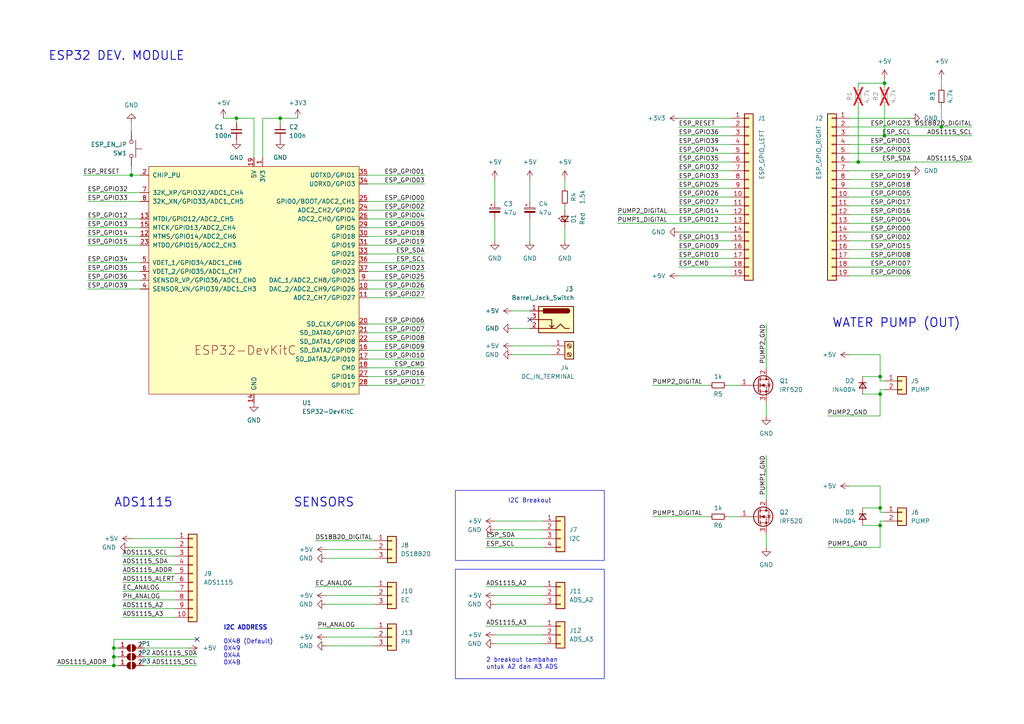
<source format=kicad_sch>
(kicad_sch (version 20230121) (generator eeschema)
  (paper "A4")
  (lib_symbols
    (symbol "Connector:Barrel_Jack_Switch" (pin_names hide)
      (property "Reference" "J" (at 0 5.334 0))
      (property "Value" "Barrel_Jack_Switch" (at 0 -5.08 0))
      (symbol "Barrel_Jack_Switch_0_1"
        (rectangle (start -5.08 3.81) (end 5.08 -3.81) (stroke (width 0.254)) (fill (type background)))
        (arc (start -3.302 3.175) (mid -3.9343 2.54) (end -3.302 1.905) (stroke (width 0.254)))
        (arc (start -3.302 3.175) (mid -3.9343 2.54) (end -3.302 1.905) (stroke (width 0.254)) (fill (type outline)))
        (polyline (pts (xy 1.27 -2.286) (xy 1.905 -1.651)) (stroke (width 0.254)))
        (polyline (pts (xy 5.08 2.54) (xy 3.81 2.54)) (stroke (width 0.254)))
        (polyline (pts (xy 5.08 0) (xy 1.27 0) (xy 1.27 -2.286) (xy 0.635 -1.651)) (stroke (width 0.254)))
        (polyline (pts (xy -3.81 -2.54) (xy -2.54 -2.54) (xy -1.27 -1.27) (xy 0 -2.54) (xy 2.54 -2.54) (xy 5.08 -2.54)) (stroke (width 0.254)))
        (rectangle (start 3.683 3.175) (end -3.302 1.905) (stroke (width 0.254)) (fill (type outline)))
      )
      (symbol "Barrel_Jack_Switch_1_1"
        (pin passive line (at 7.62 2.54 180) (length 2.54) (name "~") (number "1"))
        (pin passive line (at 7.62 -2.54 180) (length 2.54) (name "~") (number "2"))
        (pin passive line (at 7.62 0 180) (length 2.54) (name "~") (number "3"))
      )
    )
    (symbol "Connector:Screw_Terminal_01x02" (pin_names (offset 1.016) hide)
      (property "Reference" "J" (at 0 2.54 0))
      (property "Value" "Screw_Terminal_01x02" (at 0 -5.08 0))
      (symbol "Screw_Terminal_01x02_1_1"
        (rectangle (start -1.27 1.27) (end 1.27 -3.81) (stroke (width 0.254)) (fill (type background)))
        (circle (center 0 -2.54) (radius 0.635) (stroke (width 0.1524)))
        (polyline (pts (xy -0.5334 -2.2098) (xy 0.3302 -3.048)) (stroke (width 0.1524)))
        (polyline (pts (xy -0.5334 0.3302) (xy 0.3302 -0.508)) (stroke (width 0.1524)))
        (polyline (pts (xy -0.3556 -2.032) (xy 0.508 -2.8702)) (stroke (width 0.1524)))
        (polyline (pts (xy -0.3556 0.508) (xy 0.508 -0.3302)) (stroke (width 0.1524)))
        (circle (center 0 0) (radius 0.635) (stroke (width 0.1524)))
        (pin passive line (at -5.08 0 0) (length 3.81) (name "Pin_1") (number "1"))
        (pin passive line (at -5.08 -2.54 0) (length 3.81) (name "Pin_2") (number "2"))
      )
    )
    (symbol "Connector_Generic:Conn_01x02" (pin_names (offset 1.016) hide)
      (property "Reference" "J" (at 0 2.54 0))
      (property "Value" "Conn_01x02" (at 0 -5.08 0))
      (symbol "Conn_01x02_1_1"
        (rectangle (start -1.27 -2.413) (end 0 -2.667) (stroke (width 0.1524)))
        (rectangle (start -1.27 0.127) (end 0 -0.127) (stroke (width 0.1524)))
        (rectangle (start -1.27 1.27) (end 1.27 -3.81) (stroke (width 0.254)) (fill (type background)))
        (pin passive line (at -5.08 0 0) (length 3.81) (name "Pin_1") (number "1"))
        (pin passive line (at -5.08 -2.54 0) (length 3.81) (name "Pin_2") (number "2"))
      )
    )
    (symbol "Connector_Generic:Conn_01x03" (pin_names (offset 1.016) hide)
      (property "Reference" "J" (at 0 5.08 0))
      (property "Value" "Conn_01x03" (at 0 -5.08 0))
      (symbol "Conn_01x03_1_1"
        (rectangle (start -1.27 -2.413) (end 0 -2.667) (stroke (width 0.1524)))
        (rectangle (start -1.27 0.127) (end 0 -0.127) (stroke (width 0.1524)))
        (rectangle (start -1.27 2.667) (end 0 2.413) (stroke (width 0.1524)))
        (rectangle (start -1.27 3.81) (end 1.27 -3.81) (stroke (width 0.254)) (fill (type background)))
        (pin passive line (at -5.08 2.54 0) (length 3.81) (name "Pin_1") (number "1"))
        (pin passive line (at -5.08 0 0) (length 3.81) (name "Pin_2") (number "2"))
        (pin passive line (at -5.08 -2.54 0) (length 3.81) (name "Pin_3") (number "3"))
      )
    )
    (symbol "Connector_Generic:Conn_01x04" (pin_names (offset 1.016) hide)
      (property "Reference" "J" (at 0 5.08 0))
      (property "Value" "Conn_01x04" (at 0 -7.62 0))
      (symbol "Conn_01x04_1_1"
        (rectangle (start -1.27 -4.953) (end 0 -5.207) (stroke (width 0.1524)))
        (rectangle (start -1.27 -2.413) (end 0 -2.667) (stroke (width 0.1524)))
        (rectangle (start -1.27 0.127) (end 0 -0.127) (stroke (width 0.1524)))
        (rectangle (start -1.27 2.667) (end 0 2.413) (stroke (width 0.1524)))
        (rectangle (start -1.27 3.81) (end 1.27 -6.35) (stroke (width 0.254)) (fill (type background)))
        (pin passive line (at -5.08 2.54 0) (length 3.81) (name "Pin_1") (number "1"))
        (pin passive line (at -5.08 0 0) (length 3.81) (name "Pin_2") (number "2"))
        (pin passive line (at -5.08 -2.54 0) (length 3.81) (name "Pin_3") (number "3"))
        (pin passive line (at -5.08 -5.08 0) (length 3.81) (name "Pin_4") (number "4"))
      )
    )
    (symbol "Connector_Generic:Conn_01x10" (pin_names (offset 1.016) hide)
      (property "Reference" "J" (at 0 12.7 0))
      (property "Value" "Conn_01x10" (at 0 -15.24 0))
      (symbol "Conn_01x10_1_1"
        (rectangle (start -1.27 -12.573) (end 0 -12.827) (stroke (width 0.1524)))
        (rectangle (start -1.27 -10.033) (end 0 -10.287) (stroke (width 0.1524)))
        (rectangle (start -1.27 -7.493) (end 0 -7.747) (stroke (width 0.1524)))
        (rectangle (start -1.27 -4.953) (end 0 -5.207) (stroke (width 0.1524)))
        (rectangle (start -1.27 -2.413) (end 0 -2.667) (stroke (width 0.1524)))
        (rectangle (start -1.27 0.127) (end 0 -0.127) (stroke (width 0.1524)))
        (rectangle (start -1.27 2.667) (end 0 2.413) (stroke (width 0.1524)))
        (rectangle (start -1.27 5.207) (end 0 4.953) (stroke (width 0.1524)))
        (rectangle (start -1.27 7.747) (end 0 7.493) (stroke (width 0.1524)))
        (rectangle (start -1.27 10.287) (end 0 10.033) (stroke (width 0.1524)))
        (rectangle (start -1.27 11.43) (end 1.27 -13.97) (stroke (width 0.254)) (fill (type background)))
        (pin passive line (at -5.08 10.16 0) (length 3.81) (name "Pin_1") (number "1"))
        (pin passive line (at -5.08 -12.7 0) (length 3.81) (name "Pin_10") (number "10"))
        (pin passive line (at -5.08 7.62 0) (length 3.81) (name "Pin_2") (number "2"))
        (pin passive line (at -5.08 5.08 0) (length 3.81) (name "Pin_3") (number "3"))
        (pin passive line (at -5.08 2.54 0) (length 3.81) (name "Pin_4") (number "4"))
        (pin passive line (at -5.08 0 0) (length 3.81) (name "Pin_5") (number "5"))
        (pin passive line (at -5.08 -2.54 0) (length 3.81) (name "Pin_6") (number "6"))
        (pin passive line (at -5.08 -5.08 0) (length 3.81) (name "Pin_7") (number "7"))
        (pin passive line (at -5.08 -7.62 0) (length 3.81) (name "Pin_8") (number "8"))
        (pin passive line (at -5.08 -10.16 0) (length 3.81) (name "Pin_9") (number "9"))
      )
    )
    (symbol "Connector_Generic:Conn_01x19" (pin_names (offset 1.016) hide)
      (property "Reference" "J" (at 0 25.4 0))
      (property "Value" "Conn_01x19" (at 0 -25.4 0))
      (symbol "Conn_01x19_1_1"
        (rectangle (start -1.27 -22.733) (end 0 -22.987) (stroke (width 0.1524)))
        (rectangle (start -1.27 -20.193) (end 0 -20.447) (stroke (width 0.1524)))
        (rectangle (start -1.27 -17.653) (end 0 -17.907) (stroke (width 0.1524)))
        (rectangle (start -1.27 -15.113) (end 0 -15.367) (stroke (width 0.1524)))
        (rectangle (start -1.27 -12.573) (end 0 -12.827) (stroke (width 0.1524)))
        (rectangle (start -1.27 -10.033) (end 0 -10.287) (stroke (width 0.1524)))
        (rectangle (start -1.27 -7.493) (end 0 -7.747) (stroke (width 0.1524)))
        (rectangle (start -1.27 -4.953) (end 0 -5.207) (stroke (width 0.1524)))
        (rectangle (start -1.27 -2.413) (end 0 -2.667) (stroke (width 0.1524)))
        (rectangle (start -1.27 0.127) (end 0 -0.127) (stroke (width 0.1524)))
        (rectangle (start -1.27 2.667) (end 0 2.413) (stroke (width 0.1524)))
        (rectangle (start -1.27 5.207) (end 0 4.953) (stroke (width 0.1524)))
        (rectangle (start -1.27 7.747) (end 0 7.493) (stroke (width 0.1524)))
        (rectangle (start -1.27 10.287) (end 0 10.033) (stroke (width 0.1524)))
        (rectangle (start -1.27 12.827) (end 0 12.573) (stroke (width 0.1524)))
        (rectangle (start -1.27 15.367) (end 0 15.113) (stroke (width 0.1524)))
        (rectangle (start -1.27 17.907) (end 0 17.653) (stroke (width 0.1524)))
        (rectangle (start -1.27 20.447) (end 0 20.193) (stroke (width 0.1524)))
        (rectangle (start -1.27 22.987) (end 0 22.733) (stroke (width 0.1524)))
        (rectangle (start -1.27 24.13) (end 1.27 -24.13) (stroke (width 0.254)) (fill (type background)))
        (pin passive line (at -5.08 22.86 0) (length 3.81) (name "Pin_1") (number "1"))
        (pin passive line (at -5.08 0 0) (length 3.81) (name "Pin_10") (number "10"))
        (pin passive line (at -5.08 -2.54 0) (length 3.81) (name "Pin_11") (number "11"))
        (pin passive line (at -5.08 -5.08 0) (length 3.81) (name "Pin_12") (number "12"))
        (pin passive line (at -5.08 -7.62 0) (length 3.81) (name "Pin_13") (number "13"))
        (pin passive line (at -5.08 -10.16 0) (length 3.81) (name "Pin_14") (number "14"))
        (pin passive line (at -5.08 -12.7 0) (length 3.81) (name "Pin_15") (number "15"))
        (pin passive line (at -5.08 -15.24 0) (length 3.81) (name "Pin_16") (number "16"))
        (pin passive line (at -5.08 -17.78 0) (length 3.81) (name "Pin_17") (number "17"))
        (pin passive line (at -5.08 -20.32 0) (length 3.81) (name "Pin_18") (number "18"))
        (pin passive line (at -5.08 -22.86 0) (length 3.81) (name "Pin_19") (number "19"))
        (pin passive line (at -5.08 20.32 0) (length 3.81) (name "Pin_2") (number "2"))
        (pin passive line (at -5.08 17.78 0) (length 3.81) (name "Pin_3") (number "3"))
        (pin passive line (at -5.08 15.24 0) (length 3.81) (name "Pin_4") (number "4"))
        (pin passive line (at -5.08 12.7 0) (length 3.81) (name "Pin_5") (number "5"))
        (pin passive line (at -5.08 10.16 0) (length 3.81) (name "Pin_6") (number "6"))
        (pin passive line (at -5.08 7.62 0) (length 3.81) (name "Pin_7") (number "7"))
        (pin passive line (at -5.08 5.08 0) (length 3.81) (name "Pin_8") (number "8"))
        (pin passive line (at -5.08 2.54 0) (length 3.81) (name "Pin_9") (number "9"))
      )
    )
    (symbol "Device:C_Polarized_Small" (pin_numbers hide) (pin_names (offset 0.254) hide)
      (property "Reference" "C" (at 0.254 1.778 0))
      (property "Value" "C_Polarized_Small" (at 0.254 -2.032 0))
      (symbol "C_Polarized_Small_0_1"
        (rectangle (start -1.524 -0.3048) (end 1.524 -0.6858) (fill (type outline)))
        (rectangle (start -1.524 0.6858) (end 1.524 0.3048))
        (polyline (pts (xy -1.27 1.524) (xy -0.762 1.524)))
        (polyline (pts (xy -1.016 1.27) (xy -1.016 1.778)))
      )
      (symbol "C_Polarized_Small_1_1"
        (pin passive line (at 0 2.54 270) (length 1.8542) (name "~") (number "1"))
        (pin passive line (at 0 -2.54 90) (length 1.8542) (name "~") (number "2"))
      )
    )
    (symbol "Device:C_Small" (pin_numbers hide) (pin_names (offset 0.254) hide)
      (property "Reference" "C" (at 0.254 1.778 0))
      (property "Value" "C_Small" (at 0.254 -2.032 0))
      (symbol "C_Small_0_1"
        (polyline (pts (xy -1.524 -0.508) (xy 1.524 -0.508)) (stroke (width 0.3302)))
        (polyline (pts (xy -1.524 0.508) (xy 1.524 0.508)) (stroke (width 0.3048)))
      )
      (symbol "C_Small_1_1"
        (pin passive line (at 0 2.54 270) (length 2.032) (name "~") (number "1"))
        (pin passive line (at 0 -2.54 90) (length 2.032) (name "~") (number "2"))
      )
    )
    (symbol "Device:D_Small" (pin_numbers hide) (pin_names (offset 0.254) hide)
      (property "Reference" "D" (at -1.27 2.032 0))
      (property "Value" "D_Small" (at -3.81 -2.032 0))
      (symbol "D_Small_0_1"
        (polyline (pts (xy -0.762 -1.016) (xy -0.762 1.016)) (stroke (width 0.254)))
        (polyline (pts (xy -0.762 0) (xy 0.762 0)))
        (polyline (pts (xy 0.762 -1.016) (xy -0.762 0) (xy 0.762 1.016) (xy 0.762 -1.016)) (stroke (width 0.254)))
      )
      (symbol "D_Small_1_1"
        (pin passive line (at -2.54 0 0) (length 1.778) (name "K") (number "1"))
        (pin passive line (at 2.54 0 180) (length 1.778) (name "A") (number "2"))
      )
    )
    (symbol "Device:LED_Small" (pin_numbers hide) (pin_names (offset 0.254) hide)
      (property "Reference" "D" (at -1.27 3.175 0))
      (property "Value" "LED_Small" (at -4.445 -2.54 0))
      (symbol "LED_Small_0_1"
        (polyline (pts (xy -0.762 -1.016) (xy -0.762 1.016)) (stroke (width 0.254)))
        (polyline (pts (xy 1.016 0) (xy -0.762 0)))
        (polyline (pts (xy 0.762 -1.016) (xy -0.762 0) (xy 0.762 1.016) (xy 0.762 -1.016)) (stroke (width 0.254)))
        (polyline (pts (xy 0 0.762) (xy -0.508 1.27) (xy -0.254 1.27) (xy -0.508 1.27) (xy -0.508 1.016)))
        (polyline (pts (xy 0.508 1.27) (xy 0 1.778) (xy 0.254 1.778) (xy 0 1.778) (xy 0 1.524)))
      )
      (symbol "LED_Small_1_1"
        (pin passive line (at -2.54 0 0) (length 1.778) (name "K") (number "1"))
        (pin passive line (at 2.54 0 180) (length 1.778) (name "A") (number "2"))
      )
    )
    (symbol "Device:R_Small" (pin_numbers hide) (pin_names (offset 0.254) hide)
      (property "Reference" "R" (at 0.762 0.508 0))
      (property "Value" "R_Small" (at 0.762 -1.016 0))
      (symbol "R_Small_0_1"
        (rectangle (start -0.762 1.778) (end 0.762 -1.778) (stroke (width 0.2032)))
      )
      (symbol "R_Small_1_1"
        (pin passive line (at 0 2.54 270) (length 0.762) (name "~") (number "1"))
        (pin passive line (at 0 -2.54 90) (length 0.762) (name "~") (number "2"))
      )
    )
    (symbol "Jumper:SolderJumper_2_Open" (pin_names (offset 0) hide)
      (property "Reference" "JP" (at 0 2.032 0))
      (property "Value" "SolderJumper_2_Open" (at 0 -2.54 0))
      (symbol "SolderJumper_2_Open_0_1"
        (arc (start -0.254 1.016) (mid -1.2656 0) (end -0.254 -1.016))
        (arc (start -0.254 1.016) (mid -1.2656 0) (end -0.254 -1.016) (fill (type outline)))
        (polyline (pts (xy -0.254 1.016) (xy -0.254 -1.016)))
        (polyline (pts (xy 0.254 1.016) (xy 0.254 -1.016)))
        (arc (start 0.254 -1.016) (mid 1.2656 0) (end 0.254 1.016))
        (arc (start 0.254 -1.016) (mid 1.2656 0) (end 0.254 1.016) (fill (type outline)))
      )
      (symbol "SolderJumper_2_Open_1_1"
        (pin passive line (at -3.81 0 0) (length 2.54) (name "A") (number "1"))
        (pin passive line (at 3.81 0 180) (length 2.54) (name "B") (number "2"))
      )
    )
    (symbol "PCM_Espressif:ESP32-DevKitC" (pin_names (offset 1.016))
      (property "Reference" "U" (at -30.48 38.1 0))
      (property "Value" "ESP32-DevKitC" (at -30.48 35.56 0))
      (symbol "ESP32-DevKitC_0_0"
        (text "ESP32-DevKitC" (at -2.54 -20.32 0) (effects (font (size 2.54 2.54))))
        (pin power_in line (at 0 -35.56 90) (length 2.54) (name "GND") (number "14"))
        (pin power_in line (at 0 35.56 270) (length 2.54) (name "5V") (number "19"))
      )
      (symbol "ESP32-DevKitC_0_1"
        (rectangle (start -30.48 33.02) (end 30.48 -33.02) (fill (type background)))
      )
      (symbol "ESP32-DevKitC_1_1"
        (pin power_in line (at 2.54 35.56 270) (length 2.54) (name "3V3") (number "1"))
        (pin bidirectional line (at 33.02 -2.54 180) (length 2.54) (name "DAC_2/ADC2_CH9/GPIO26") (number "10"))
        (pin bidirectional line (at 33.02 -5.08 180) (length 2.54) (name "ADC2_CH7/GPIO27") (number "11"))
        (pin bidirectional line (at -33.02 12.7 0) (length 2.54) (name "MTMS/GPIO14/ADC2_CH6") (number "12"))
        (pin bidirectional line (at -33.02 17.78 0) (length 2.54) (name "MTDI/GPIO12/ADC2_CH5") (number "13"))
        (pin bidirectional line (at -33.02 15.24 0) (length 2.54) (name "MTCK/GPIO13/ADC2_CH4") (number "15"))
        (pin bidirectional line (at 33.02 -20.32 180) (length 2.54) (name "SD_DATA2/GPIO9") (number "16"))
        (pin bidirectional line (at 33.02 -22.86 180) (length 2.54) (name "SD_DATA3/GPIO10") (number "17"))
        (pin bidirectional line (at 33.02 -25.4 180) (length 2.54) (name "CMD") (number "18"))
        (pin input line (at -33.02 30.48 0) (length 2.54) (name "CHIP_PU") (number "2"))
        (pin bidirectional line (at 33.02 -12.7 180) (length 2.54) (name "SD_CLK/GPIO6") (number "20"))
        (pin bidirectional line (at 33.02 -15.24 180) (length 2.54) (name "SD_DATA0/GPIO7") (number "21"))
        (pin bidirectional line (at 33.02 -17.78 180) (length 2.54) (name "SD_DATA1/GPIO8") (number "22"))
        (pin bidirectional line (at -33.02 10.16 0) (length 2.54) (name "MTDO/GPIO15/ADC2_CH3") (number "23"))
        (pin bidirectional line (at 33.02 20.32 180) (length 2.54) (name "ADC2_CH2/GPIO2") (number "24"))
        (pin bidirectional line (at 33.02 22.86 180) (length 2.54) (name "GPIO0/BOOT/ADC2_CH1") (number "25"))
        (pin bidirectional line (at 33.02 17.78 180) (length 2.54) (name "ADC2_CH0/GPIO4") (number "26"))
        (pin bidirectional line (at 33.02 -27.94 180) (length 2.54) (name "GPIO16") (number "27"))
        (pin bidirectional line (at 33.02 -30.48 180) (length 2.54) (name "GPIO17") (number "28"))
        (pin bidirectional line (at 33.02 15.24 180) (length 2.54) (name "GPIO5") (number "29"))
        (pin input line (at -33.02 0 0) (length 2.54) (name "SENSOR_VP/GPIO36/ADC1_CH0") (number "3"))
        (pin bidirectional line (at 33.02 12.7 180) (length 2.54) (name "GPIO18") (number "30"))
        (pin bidirectional line (at 33.02 10.16 180) (length 2.54) (name "GPIO19") (number "31"))
        (pin passive line (at 0 -35.56 90) (length 2.54) hide (name "GND") (number "32"))
        (pin bidirectional line (at 33.02 7.62 180) (length 2.54) (name "GPIO21") (number "33"))
        (pin bidirectional line (at 33.02 27.94 180) (length 2.54) (name "U0RXD/GPIO3") (number "34"))
        (pin bidirectional line (at 33.02 30.48 180) (length 2.54) (name "U0TXD/GPIO1") (number "35"))
        (pin bidirectional line (at 33.02 5.08 180) (length 2.54) (name "GPIO22") (number "36"))
        (pin bidirectional line (at 33.02 2.54 180) (length 2.54) (name "GPIO23") (number "37"))
        (pin passive line (at 0 -35.56 90) (length 2.54) hide (name "GND") (number "38"))
        (pin input line (at -33.02 -2.54 0) (length 2.54) (name "SENSOR_VN/GPIO39/ADC1_CH3") (number "4"))
        (pin input line (at -33.02 5.08 0) (length 2.54) (name "VDET_1/GPIO34/ADC1_CH6") (number "5"))
        (pin input line (at -33.02 2.54 0) (length 2.54) (name "VDET_2/GPIO35/ADC1_CH7") (number "6"))
        (pin bidirectional line (at -33.02 25.4 0) (length 2.54) (name "32K_XP/GPIO32/ADC1_CH4") (number "7"))
        (pin bidirectional line (at -33.02 22.86 0) (length 2.54) (name "32K_XN/GPIO33/ADC1_CH5") (number "8"))
        (pin bidirectional line (at 33.02 0 180) (length 2.54) (name "DAC_1/ADC2_CH8/GPIO25") (number "9"))
      )
    )
    (symbol "Switch:SW_Push" (pin_numbers hide) (pin_names (offset 1.016) hide)
      (property "Reference" "SW" (at 1.27 2.54 0))
      (property "Value" "SW_Push" (at 0 -1.524 0))
      (symbol "SW_Push_0_1"
        (circle (center -2.032 0) (radius 0.508))
        (polyline (pts (xy 0 1.27) (xy 0 3.048)))
        (polyline (pts (xy 2.54 1.27) (xy -2.54 1.27)))
        (circle (center 2.032 0) (radius 0.508))
        (pin passive line (at -5.08 0 0) (length 2.54) (name "1") (number "1"))
        (pin passive line (at 5.08 0 180) (length 2.54) (name "2") (number "2"))
      )
    )
    (symbol "Transistor_FET:IRF540N" (pin_names hide)
      (property "Reference" "Q" (at 6.35 1.905 0))
      (property "Value" "IRF540N" (at 6.35 0 0))
      (symbol "IRF540N_0_1"
        (polyline (pts (xy 0.254 0) (xy -2.54 0)))
        (polyline (pts (xy 0.254 1.905) (xy 0.254 -1.905)) (stroke (width 0.254)))
        (polyline (pts (xy 0.762 -1.27) (xy 0.762 -2.286)) (stroke (width 0.254)))
        (polyline (pts (xy 0.762 0.508) (xy 0.762 -0.508)) (stroke (width 0.254)))
        (polyline (pts (xy 0.762 2.286) (xy 0.762 1.27)) (stroke (width 0.254)))
        (polyline (pts (xy 2.54 2.54) (xy 2.54 1.778)))
        (polyline (pts (xy 2.54 -2.54) (xy 2.54 0) (xy 0.762 0)))
        (polyline (pts (xy 0.762 -1.778) (xy 3.302 -1.778) (xy 3.302 1.778) (xy 0.762 1.778)))
        (polyline (pts (xy 1.016 0) (xy 2.032 0.381) (xy 2.032 -0.381) (xy 1.016 0)) (fill (type outline)))
        (polyline (pts (xy 2.794 0.508) (xy 2.921 0.381) (xy 3.683 0.381) (xy 3.81 0.254)))
        (polyline (pts (xy 3.302 0.381) (xy 2.921 -0.254) (xy 3.683 -0.254) (xy 3.302 0.381)))
        (circle (center 1.651 0) (radius 2.794) (stroke (width 0.254)))
        (circle (center 2.54 -1.778) (radius 0.254) (fill (type outline)))
        (circle (center 2.54 1.778) (radius 0.254) (fill (type outline)))
      )
      (symbol "IRF540N_1_1"
        (pin input line (at -5.08 0 0) (length 2.54) (name "G") (number "1"))
        (pin passive line (at 2.54 5.08 270) (length 2.54) (name "D") (number "2"))
        (pin passive line (at 2.54 -5.08 90) (length 2.54) (name "S") (number "3"))
      )
    )
    (symbol "power:+3V3" (power) (pin_names (offset 0))
      (property "Value" "+3V3" (at 0 3.556 0))
      (symbol "+3V3_0_1"
        (polyline (pts (xy -0.762 1.27) (xy 0 2.54)))
        (polyline (pts (xy 0 0) (xy 0 2.54)))
        (polyline (pts (xy 0 2.54) (xy 0.762 1.27)))
      )
      (symbol "+3V3_1_1"
        (pin power_in line (at 0 0 90) (length 0) hide (name "+3V3") (number "1"))
      )
    )
    (symbol "power:+5V" (power) (pin_names (offset 0))
      (property "Value" "+5V" (at 0 3.556 0))
      (symbol "+5V_0_1"
        (polyline (pts (xy -0.762 1.27) (xy 0 2.54)))
        (polyline (pts (xy 0 0) (xy 0 2.54)))
        (polyline (pts (xy 0 2.54) (xy 0.762 1.27)))
      )
      (symbol "+5V_1_1"
        (pin power_in line (at 0 0 90) (length 0) hide (name "+5V") (number "1"))
      )
    )
    (symbol "power:GND" (power) (pin_names (offset 0))
      (property "Value" "GND" (at 0 -3.81 0))
      (symbol "GND_0_1"
        (polyline (pts (xy 0 0) (xy 0 -1.27) (xy 1.27 -1.27) (xy 0 -2.54) (xy -1.27 -1.27) (xy 0 -1.27)))
      )
      (symbol "GND_1_1"
        (pin power_in line (at 0 0 270) (length 0) hide (name "GND") (number "1"))
      )
    )
  )
  (junction (at 33.02 187.96))
  (junction (at 255.27 152.4))
  (junction (at 256.54 39.37))
  (junction (at 38.1 50.8))
  (junction (at 248.92 46.99))
  (junction (at 255.27 109.22))
  (junction (at 256.54 24.13))
  (junction (at 68.58 34.29))
  (junction (at 255.27 114.3))
  (junction (at 81.28 34.29))
  (junction (at 255.27 147.32))
  (junction (at 273.05 36.83))
  (junction (at 33.02 190.5))
  (junction (at 33.02 193.04))
  (no_connect (at 153.67 92.71))
  (no_connect (at 57.15 185.42))
  (wire (pts (xy 248.92 24.13) (xy 256.54 24.13)))
  (wire (pts (xy 106.68 93.98) (xy 123.19 93.98)))
  (wire (pts (xy 196.85 49.53) (xy 212.09 49.53)))
  (wire (pts (xy 246.38 41.91) (xy 264.16 41.91)))
  (wire (pts (xy 148.59 102.87) (xy 160.02 102.87)))
  (wire (pts (xy 35.56 176.53) (xy 50.8 176.53)))
  (wire (pts (xy 33.02 187.96) (xy 33.02 190.5)))
  (wire (pts (xy 248.92 25.4) (xy 248.92 24.13)))
  (wire (pts (xy 246.38 36.83) (xy 273.05 36.83)))
  (wire (pts (xy 246.38 140.97) (xy 255.27 140.97)))
  (wire (pts (xy 16.51 193.04) (xy 33.02 193.04)))
  (wire (pts (xy 250.19 114.3) (xy 255.27 114.3)))
  (wire (pts (xy 246.38 39.37) (xy 256.54 39.37)))
  (wire (pts (xy 38.1 50.8) (xy 38.1 48.26)))
  (wire (pts (xy 106.68 101.6) (xy 123.19 101.6)))
  (wire (pts (xy 222.25 120.65) (xy 222.25 116.84)))
  (wire (pts (xy 94.615 161.925) (xy 108.585 161.925)))
  (wire (pts (xy 143.51 151.13) (xy 157.48 151.13)))
  (wire (pts (xy 35.56 179.07) (xy 50.8 179.07)))
  (wire (pts (xy 255.27 148.59) (xy 256.54 148.59)))
  (wire (pts (xy 273.05 36.83) (xy 281.94 36.83)))
  (wire (pts (xy 94.615 184.785) (xy 108.585 184.785)))
  (wire (pts (xy 35.56 173.99) (xy 50.8 173.99)))
  (wire (pts (xy 163.83 69.85) (xy 163.83 66.04)))
  (wire (pts (xy 143.51 172.72) (xy 157.48 172.72)))
  (wire (pts (xy 94.615 172.72) (xy 108.585 172.72)))
  (wire (pts (xy 25.4 66.04) (xy 40.64 66.04)))
  (wire (pts (xy 106.68 73.66) (xy 123.19 73.66)))
  (wire (pts (xy 140.97 181.61) (xy 157.48 181.61)))
  (wire (pts (xy 248.92 30.48) (xy 248.92 46.99)))
  (wire (pts (xy 255.27 113.03) (xy 256.54 113.03)))
  (wire (pts (xy 106.68 81.28) (xy 123.19 81.28)))
  (wire (pts (xy 33.02 190.5) (xy 33.02 193.04)))
  (wire (pts (xy 163.83 59.69) (xy 163.83 60.96)))
  (wire (pts (xy 86.36 34.29) (xy 81.28 34.29)))
  (wire (pts (xy 91.44 170.18) (xy 108.585 170.18)))
  (wire (pts (xy 246.38 80.01) (xy 264.16 80.01)))
  (wire (pts (xy 179.07 64.77) (xy 212.09 64.77)))
  (wire (pts (xy 25.4 81.28) (xy 40.64 81.28)))
  (wire (pts (xy 246.38 72.39) (xy 264.16 72.39)))
  (wire (pts (xy 255.27 148.59) (xy 255.27 147.32)))
  (wire (pts (xy 35.56 168.91) (xy 50.8 168.91)))
  (wire (pts (xy 140.97 170.18) (xy 157.48 170.18)))
  (wire (pts (xy 92.075 182.245) (xy 108.585 182.245)))
  (wire (pts (xy 140.97 158.75) (xy 157.48 158.75)))
  (wire (pts (xy 54.61 187.96) (xy 41.91 187.96)))
  (wire (pts (xy 106.68 63.5) (xy 123.19 63.5)))
  (wire (pts (xy 35.56 161.29) (xy 50.8 161.29)))
  (wire (pts (xy 68.58 34.29) (xy 73.66 34.29)))
  (wire (pts (xy 196.85 59.69) (xy 212.09 59.69)))
  (wire (pts (xy 148.59 90.17) (xy 153.67 90.17)))
  (wire (pts (xy 25.4 71.12) (xy 40.64 71.12)))
  (wire (pts (xy 38.1 156.21) (xy 50.8 156.21)))
  (wire (pts (xy 106.68 86.36) (xy 123.19 86.36)))
  (wire (pts (xy 255.27 102.87) (xy 255.27 109.22)))
  (wire (pts (xy 246.38 62.23) (xy 264.16 62.23)))
  (wire (pts (xy 196.85 72.39) (xy 212.09 72.39)))
  (wire (pts (xy 25.4 63.5) (xy 40.64 63.5)))
  (wire (pts (xy 210.82 111.76) (xy 214.63 111.76)))
  (wire (pts (xy 94.615 175.26) (xy 108.585 175.26)))
  (wire (pts (xy 33.02 193.04) (xy 34.29 193.04)))
  (wire (pts (xy 143.51 69.85) (xy 143.51 63.5)))
  (wire (pts (xy 255.27 110.49) (xy 255.27 109.22)))
  (wire (pts (xy 76.2 34.29) (xy 76.2 45.72)))
  (wire (pts (xy 246.38 34.29) (xy 264.16 34.29)))
  (wire (pts (xy 106.68 78.74) (xy 123.19 78.74)))
  (wire (pts (xy 250.19 147.32) (xy 255.27 147.32)))
  (wire (pts (xy 143.51 186.69) (xy 157.48 186.69)))
  (wire (pts (xy 106.68 109.22) (xy 123.19 109.22)))
  (wire (pts (xy 196.85 69.85) (xy 212.09 69.85)))
  (wire (pts (xy 25.4 76.2) (xy 40.64 76.2)))
  (wire (pts (xy 246.38 67.31) (xy 264.16 67.31)))
  (wire (pts (xy 196.85 80.01) (xy 212.09 80.01)))
  (wire (pts (xy 246.38 52.07) (xy 264.16 52.07)))
  (wire (pts (xy 106.68 50.8) (xy 123.19 50.8)))
  (wire (pts (xy 25.4 78.74) (xy 40.64 78.74)))
  (wire (pts (xy 25.4 58.42) (xy 40.64 58.42)))
  (wire (pts (xy 273.05 30.48) (xy 273.05 36.83)))
  (wire (pts (xy 250.19 152.4) (xy 255.27 152.4)))
  (wire (pts (xy 25.4 68.58) (xy 40.64 68.58)))
  (wire (pts (xy 196.85 44.45) (xy 212.09 44.45)))
  (wire (pts (xy 196.85 77.47) (xy 212.09 77.47)))
  (wire (pts (xy 246.38 77.47) (xy 264.16 77.47)))
  (wire (pts (xy 240.03 158.75) (xy 255.27 158.75)))
  (wire (pts (xy 143.51 52.07) (xy 143.51 58.42)))
  (wire (pts (xy 68.58 35.56) (xy 68.58 34.29)))
  (wire (pts (xy 248.92 46.99) (xy 281.94 46.99)))
  (wire (pts (xy 37.465 158.75) (xy 50.8 158.75)))
  (wire (pts (xy 189.23 111.76) (xy 205.74 111.76)))
  (wire (pts (xy 255.27 151.13) (xy 255.27 152.4)))
  (wire (pts (xy 246.38 59.69) (xy 264.16 59.69)))
  (wire (pts (xy 273.05 22.86) (xy 273.05 25.4)))
  (wire (pts (xy 153.67 69.85) (xy 153.67 63.5)))
  (wire (pts (xy 196.85 34.29) (xy 212.09 34.29)))
  (wire (pts (xy 255.27 140.97) (xy 255.27 147.32)))
  (wire (pts (xy 255.27 151.13) (xy 256.54 151.13)))
  (wire (pts (xy 143.51 153.67) (xy 157.48 153.67)))
  (wire (pts (xy 64.77 34.29) (xy 68.58 34.29)))
  (wire (pts (xy 25.4 55.88) (xy 40.64 55.88)))
  (wire (pts (xy 179.07 62.23) (xy 212.09 62.23)))
  (wire (pts (xy 94.615 159.385) (xy 108.585 159.385)))
  (wire (pts (xy 246.38 69.85) (xy 264.16 69.85)))
  (wire (pts (xy 256.54 39.37) (xy 281.94 39.37)))
  (wire (pts (xy 106.68 111.76) (xy 123.19 111.76)))
  (wire (pts (xy 106.68 96.52) (xy 123.19 96.52)))
  (wire (pts (xy 246.38 49.53) (xy 264.16 49.53)))
  (wire (pts (xy 250.19 109.22) (xy 255.27 109.22)))
  (wire (pts (xy 255.27 158.75) (xy 255.27 152.4)))
  (wire (pts (xy 35.56 166.37) (xy 50.8 166.37)))
  (wire (pts (xy 255.27 113.03) (xy 255.27 114.3)))
  (wire (pts (xy 35.56 163.83) (xy 50.8 163.83)))
  (wire (pts (xy 196.85 67.31) (xy 212.09 67.31)))
  (wire (pts (xy 33.02 185.42) (xy 57.15 185.42)))
  (wire (pts (xy 196.85 54.61) (xy 212.09 54.61)))
  (wire (pts (xy 34.29 187.96) (xy 33.02 187.96)))
  (wire (pts (xy 140.97 156.21) (xy 157.48 156.21)))
  (wire (pts (xy 106.68 58.42) (xy 123.19 58.42)))
  (wire (pts (xy 246.38 57.15) (xy 264.16 57.15)))
  (wire (pts (xy 94.615 187.325) (xy 108.585 187.325)))
  (wire (pts (xy 256.54 24.13) (xy 256.54 25.4)))
  (wire (pts (xy 196.85 52.07) (xy 212.09 52.07)))
  (wire (pts (xy 255.27 110.49) (xy 256.54 110.49)))
  (wire (pts (xy 196.85 41.91) (xy 212.09 41.91)))
  (wire (pts (xy 196.85 46.99) (xy 212.09 46.99)))
  (wire (pts (xy 222.25 132.08) (xy 222.25 144.78)))
  (wire (pts (xy 38.1 38.1) (xy 38.1 35.56)))
  (wire (pts (xy 106.68 68.58) (xy 123.19 68.58)))
  (wire (pts (xy 24.13 50.8) (xy 38.1 50.8)))
  (wire (pts (xy 189.23 149.86) (xy 205.74 149.86)))
  (wire (pts (xy 196.85 39.37) (xy 212.09 39.37)))
  (wire (pts (xy 73.66 34.29) (xy 73.66 45.72)))
  (wire (pts (xy 210.82 149.86) (xy 214.63 149.86)))
  (wire (pts (xy 196.85 57.15) (xy 212.09 57.15)))
  (wire (pts (xy 106.68 76.2) (xy 123.19 76.2)))
  (wire (pts (xy 246.38 102.87) (xy 255.27 102.87)))
  (wire (pts (xy 246.38 54.61) (xy 264.16 54.61)))
  (wire (pts (xy 256.54 22.86) (xy 256.54 24.13)))
  (wire (pts (xy 148.59 100.33) (xy 160.02 100.33)))
  (wire (pts (xy 106.68 53.34) (xy 123.19 53.34)))
  (wire (pts (xy 91.44 156.845) (xy 108.585 156.845)))
  (wire (pts (xy 222.25 93.98) (xy 222.25 106.68)))
  (wire (pts (xy 106.68 104.14) (xy 123.19 104.14)))
  (wire (pts (xy 163.83 52.07) (xy 163.83 54.61)))
  (wire (pts (xy 153.67 52.07) (xy 153.67 58.42)))
  (wire (pts (xy 246.38 74.93) (xy 264.16 74.93)))
  (wire (pts (xy 196.85 74.93) (xy 212.09 74.93)))
  (wire (pts (xy 35.56 171.45) (xy 50.8 171.45)))
  (wire (pts (xy 246.38 44.45) (xy 264.16 44.45)))
  (wire (pts (xy 240.03 120.65) (xy 255.27 120.65)))
  (wire (pts (xy 196.85 36.83) (xy 212.09 36.83)))
  (wire (pts (xy 148.59 95.25) (xy 153.67 95.25)))
  (wire (pts (xy 255.27 120.65) (xy 255.27 114.3)))
  (wire (pts (xy 34.29 190.5) (xy 33.02 190.5)))
  (wire (pts (xy 143.51 184.15) (xy 157.48 184.15)))
  (wire (pts (xy 256.54 30.48) (xy 256.54 39.37)))
  (wire (pts (xy 106.68 60.96) (xy 123.19 60.96)))
  (wire (pts (xy 57.15 193.04) (xy 41.91 193.04)))
  (wire (pts (xy 106.68 66.04) (xy 123.19 66.04)))
  (wire (pts (xy 106.68 99.06) (xy 123.19 99.06)))
  (wire (pts (xy 106.68 71.12) (xy 123.19 71.12)))
  (wire (pts (xy 106.68 83.82) (xy 123.19 83.82)))
  (wire (pts (xy 38.1 50.8) (xy 40.64 50.8)))
  (wire (pts (xy 246.38 46.99) (xy 248.92 46.99)))
  (wire (pts (xy 106.68 106.68) (xy 123.19 106.68)))
  (wire (pts (xy 81.28 35.56) (xy 81.28 34.29)))
  (wire (pts (xy 222.25 158.75) (xy 222.25 154.94)))
  (wire (pts (xy 143.51 175.26) (xy 157.48 175.26)))
  (wire (pts (xy 81.28 34.29) (xy 76.2 34.29)))
  (wire (pts (xy 57.15 190.5) (xy 41.91 190.5)))
  (wire (pts (xy 246.38 64.77) (xy 264.16 64.77)))
  (wire (pts (xy 33.02 187.96) (xy 33.02 185.42)))
  (wire (pts (xy 25.4 83.82) (xy 40.64 83.82)))
  (rectangle (start 132.08 165.1) (end 175.26 196.85))
  (rectangle (start 132.08 142.24) (end 175.26 162.56))
  (text "ESP32 DEV. MODULE" (at 13.97 17.78 0) (effects (font (size 2.54 2.54) (thickness 0.254) bold) (justify left bottom)))
  (text "ADS1115\n" (at 33.02 147.32 0) (effects (font (size 2.54 2.54) (thickness 0.254) bold) (justify left bottom)))
  (text "WATER PUMP (OUT)\n" (at 241.3 95.25 0) (effects (font (size 2.54 2.54) (thickness 0.254) bold) (justify left bottom)))
  (text "2 breakout tambahan\nuntuk A2 dan A3 ADS" (at 140.97 194.31 0) (effects (font (size 1.27 1.27)) (justify left bottom)))
  (text "I2C ADDRESS" (at 64.77 182.88 0) (effects (font (size 1.27 1.27) (thickness 0.254) bold) (justify left bottom)))
  (text "I2C Breakout" (at 147.32 146.05 0) (effects (font (size 1.27 1.27)) (justify left bottom)))
  (text "0X48 (Default)\n0X49\n0X4A\n0X4B" (at 64.77 193.04 0) (effects (font (size 1.27 1.27)) (justify left bottom)))
  (text "SENSORS" (at 85.09 147.32 0) (effects (font (size 2.54 2.54) (thickness 0.254) bold) (justify left bottom)))
  (label "ESP_GPIO14" (at 25.4 68.58 0))
  (label "DS18B20_DIGITAL" (at 281.94 36.83 180))
  (label "ESP_SDA" (at 123.19 73.66 180))
  (label "ESP_GPIO00" (at 123.19 58.42 180))
  (label "ESP_GPIO18" (at 123.19 68.58 180))
  (label "ESP_GPIO27" (at 123.19 86.36 180))
  (label "ADS1115_ALERT" (at 35.56 168.91 0))
  (label "ESP_GPIO03" (at 264.16 44.45 180))
  (label "ESP_CMD" (at 123.19 106.68 180))
  (label "ESP_GPIO01" (at 123.19 50.8 180))
  (label "ESP_GPIO08" (at 123.19 99.06 180))
  (label "ESP_GPIO13" (at 25.4 66.04 0))
  (label "ESP_GPIO09" (at 196.85 72.39 0))
  (label "ESP_GPIO07" (at 123.19 96.52 180))
  (label "ESP_GPIO02" (at 264.16 69.85 180))
  (label "ESP_CMD" (at 196.85 77.47 0))
  (label "ESP_GPIO35" (at 196.85 46.99 0))
  (label "ADS1115_A2" (at 140.97 170.18 0))
  (label "ESP_GPIO27" (at 196.85 59.69 0))
  (label "ESP_GPIO19" (at 123.19 71.12 180))
  (label "PUMP2_DIGITAL" (at 179.07 62.23 0))
  (label "ESP_GPIO17" (at 264.16 59.69 180))
  (label "ESP_RESET" (at 24.13 50.8 0))
  (label "PUMP1_DIGITAL" (at 179.07 64.77 0))
  (label "ADS1115_A3" (at 35.56 179.07 0))
  (label "ESP_GPIO39" (at 196.85 41.91 0))
  (label "ESP_GPIO23" (at 123.19 78.74 180))
  (label "ESP_GPIO26" (at 196.85 57.15 0))
  (label "ESP_GPIO04" (at 123.19 63.5 180))
  (label "ADS1115_ADDR" (at 35.56 166.37 0))
  (label "ESP_GPIO06" (at 264.16 80.01 180))
  (label "ESP_GPIO10" (at 123.19 104.14 180))
  (label "ESP_GPIO36" (at 196.85 39.37 0))
  (label "ESP_GPIO05" (at 123.19 66.04 180))
  (label "ESP_SDA" (at 264.16 46.99 180))
  (label "ESP_GPIO06" (at 123.19 93.98 180))
  (label "ESP_GPIO34" (at 25.4 76.2 0))
  (label "ESP_GPIO07" (at 264.16 77.47 180))
  (label "ESP_GPIO23" (at 264.16 36.83 180))
  (label "ESP_GPIO03" (at 123.19 53.34 180))
  (label "ESP_GPIO17" (at 123.19 111.76 180))
  (label "ESP_GPIO19" (at 264.16 52.07 180))
  (label "PUMP2_GND" (at 240.03 120.65 0))
  (label "ESP_GPIO00" (at 264.16 67.31 180))
  (label "ADS1115_SDA" (at 281.94 46.99 180))
  (label "ESP_GPIO25" (at 123.19 81.28 180))
  (label "ESP_GPIO10" (at 196.85 74.93 0))
  (label "ESP_GPIO35" (at 25.4 78.74 0))
  (label "PH_ANALOG" (at 92.075 182.245 0))
  (label "ESP_GPIO39" (at 25.4 83.82 0))
  (label "ESP_GPIO33" (at 196.85 52.07 0))
  (label "ESP_GPIO15" (at 25.4 71.12 0))
  (label "EC_ANALOG" (at 35.56 171.45 0))
  (label "ESP_GPIO36" (at 25.4 81.28 0))
  (label "ESP_GPIO09" (at 123.19 101.6 180))
  (label "ESP_GPIO12" (at 196.85 64.77 0))
  (label "ADS1115_SCL" (at 57.15 193.04 180))
  (label "ESP_GPIO13" (at 196.85 69.85 0))
  (label "ESP_GPIO32" (at 25.4 55.88 0))
  (label "PUMP1_GND" (at 240.03 158.75 0))
  (label "ESP_GPIO15" (at 264.16 72.39 180))
  (label "ESP_SDA" (at 140.97 156.21 0))
  (label "ESP_GPIO34" (at 196.85 44.45 0))
  (label "ADS1115_SDA" (at 35.56 163.83 0))
  (label "ESP_GPIO08" (at 264.16 74.93 180))
  (label "ESP_GPIO16" (at 264.16 62.23 180))
  (label "ESP_GPIO18" (at 264.16 54.61 180))
  (label "ESP_RESET" (at 196.85 36.83 0))
  (label "ESP_SCL" (at 264.16 39.37 180))
  (label "ESP_GPIO32" (at 196.85 49.53 0))
  (label "ESP_GPIO05" (at 264.16 57.15 180))
  (label "ESP_GPIO26" (at 123.19 83.82 180))
  (label "PUMP1_DIGITAL" (at 189.23 149.86 0))
  (label "PUMP2_DIGITAL" (at 189.23 111.76 0))
  (label "ESP_GPIO04" (at 264.16 64.77 180))
  (label "PH_ANALOG" (at 35.56 173.99 0))
  (label "ESP_GPIO02" (at 123.19 60.96 180))
  (label "ESP_GPIO14" (at 196.85 62.23 0))
  (label "ESP_SCL" (at 140.97 158.75 0))
  (label "ADS1115_A3" (at 140.97 181.61 0))
  (label "PUMP2_GND" (at 222.25 93.98 270))
  (label "PUMP1_GND" (at 222.25 132.08 270))
  (label "ADS1115_SCL" (at 35.56 161.29 0))
  (label "ADS1115_SDA" (at 57.15 190.5 180))
  (label "ESP_GPIO01" (at 264.16 41.91 180))
  (label "EC_ANALOG" (at 91.44 170.18 0))
  (label "ESP_GPIO16" (at 123.19 109.22 180))
  (label "ESP_GPIO12" (at 25.4 63.5 0))
  (label "ESP_GPIO33" (at 25.4 58.42 0))
  (label "ESP_SCL" (at 123.19 76.2 180))
  (label "ADS1115_A2" (at 35.56 176.53 0))
  (label "DS18B20_DIGITAL" (at 91.44 156.845 0))
  (label "ESP_GPIO25" (at 196.85 54.61 0))
  (label "ADS1115_SCL" (at 281.94 39.37 180))
  (label "ADS1115_ADDR" (at 16.51 193.04 0))
  (symbol (lib_id "power:+5V") (at 143.51 151.13 90) (unit 1)
    (property "Reference" "#PWR027" (effects hide))
    (property "Value" "+5V" (at 139.7 151.13 90) (effects (justify left)))
  )
  (symbol (lib_id "power:+5V") (at 94.615 159.385 90) (unit 1)
    (property "Reference" "#PWR032" (effects hide))
    (property "Value" "+5V" (at 90.805 159.385 90) (effects (justify left)))
  )
  (symbol (lib_id "Device:C_Polarized_Small") (at 143.51 60.96 0) (unit 1)
    (property "Reference" "C3" (at 146.05 59.1439 0) (effects (justify left)))
    (property "Value" "47u" (at 146.05 61.6839 0) (effects (justify left)))
    (property "Footprint" "Capacitor_THT:C_Radial_D5.0mm_H11.0mm_P2.00mm" (effects hide))
  )
  (symbol (lib_id "power:+5V") (at 196.85 80.01 90) (unit 1)
    (property "Reference" "#PWR018" (effects hide))
    (property "Value" "+5V" (at 193.04 80.01 90) (effects (justify left)))
  )
  (symbol (lib_id "power:GND") (at 222.25 120.65 0) (unit 1)
    (property "Reference" "#PWR025" (effects hide))
    (property "Value" "GND" (at 222.25 125.73 0))
  )
  (symbol (lib_id "Connector:Barrel_Jack_Switch") (at 161.29 92.71 0) (mirror y) (unit 1)
    (property "Reference" "J3" (at 165.1 83.82 0))
    (property "Value" "Barrel_Jack_Switch" (at 157.48 86.36 0))
    (property "Footprint" "Connector_BarrelJack:BarrelJack_Horizontal" (effects hide))
  )
  (symbol (lib_id "Connector_Generic:Conn_01x04") (at 162.56 153.67 0) (unit 1)
    (property "Reference" "J7" (at 165.1 153.67 0) (effects (justify left)))
    (property "Value" "I2C" (at 165.1 156.21 0) (effects (justify left)))
    (property "Footprint" "Connector_Molex:Molex_SL_171971-0004_1x04_P2.54mm_Vertical" (effects hide))
  )
  (symbol (lib_id "Device:R_Small") (at 248.92 27.94 180) (unit 1) (dnp yes)
    (property "Reference" "R1" (at 246.38 27.94 90))
    (property "Value" "4.7k" (at 251.46 27.94 90))
    (property "Footprint" "Resistor_THT:R_Axial_DIN0204_L3.6mm_D1.6mm_P7.62mm_Horizontal" (effects hide))
  )
  (symbol (lib_id "power:GND") (at 264.16 34.29 90) (unit 1)
    (property "Reference" "#PWR06" (effects hide))
    (property "Value" "GND" (at 267.97 34.29 90) (effects (justify right)))
  )
  (symbol (lib_id "Device:C_Polarized_Small") (at 153.67 60.96 0) (unit 1)
    (property "Reference" "C4" (at 156.21 59.1439 0) (effects (justify left)))
    (property "Value" "47u" (at 156.21 61.6839 0) (effects (justify left)))
    (property "Footprint" "Capacitor_THT:C_Radial_D5.0mm_H11.0mm_P2.00mm" (effects hide))
  )
  (symbol (lib_id "Connector_Generic:Conn_01x03") (at 113.665 172.72 0) (unit 1)
    (property "Reference" "J10" (at 116.205 171.45 0) (effects (justify left)))
    (property "Value" "EC" (at 116.205 173.99 0) (effects (justify left)))
    (property "Footprint" "Connector_Molex:Molex_SL_171971-0003_1x03_P2.54mm_Vertical" (effects hide))
  )
  (symbol (lib_id "power:GND") (at 143.51 69.85 0) (unit 1)
    (property "Reference" "#PWR015" (effects hide))
    (property "Value" "GND" (at 143.51 74.93 0))
  )
  (symbol (lib_id "PCM_Espressif:ESP32-DevKitC") (at 73.66 81.28 0) (unit 1)
    (property "Reference" "U1" (at 87.63 116.84 0) (effects (justify left)))
    (property "Value" "ESP32-DevKitC" (at 87.63 119.38 0) (effects (justify left)))
    (property "Footprint" "PCM_Espressif:ESP32-DevKitC" (effects hide))
    (property "Datasheet" "https://docs.espressif.com/projects/esp-idf/zh_CN/latest/esp32/hw-reference/esp32/get-started-devkitc.html" (effects hide))
  )
  (symbol (lib_id "Connector_Generic:Conn_01x03") (at 162.56 184.15 0) (unit 1)
    (property "Reference" "J12" (at 165.1 182.88 0) (effects (justify left)))
    (property "Value" "ADS_A3" (at 165.1 185.42 0) (effects (justify left)))
    (property "Footprint" "Connector_Molex:Molex_SL_171971-0003_1x03_P2.54mm_Vertical" (effects hide))
  )
  (symbol (lib_id "power:GND") (at 68.58 40.64 0) (unit 1)
    (property "Reference" "#PWR08" (effects hide))
    (property "Value" "GND" (at 68.58 45.72 0))
  )
  (symbol (lib_id "power:+5V") (at 38.1 156.21 90) (unit 1)
    (property "Reference" "#PWR029" (effects hide))
    (property "Value" "+5V" (at 34.29 156.21 90) (effects (justify left)))
  )
  (symbol (lib_id "Device:R_Small") (at 256.54 27.94 180) (unit 1) (dnp yes)
    (property "Reference" "R2" (at 254 27.94 90))
    (property "Value" "4.7k" (at 259.08 27.94 90))
    (property "Footprint" "Resistor_THT:R_Axial_DIN0204_L3.6mm_D1.6mm_P7.62mm_Horizontal" (effects hide))
  )
  (symbol (lib_id "Device:R_Small") (at 208.28 149.86 270) (unit 1)
    (property "Reference" "R6" (at 208.28 152.4 90))
    (property "Value" "1k" (at 208.28 147.32 90))
    (property "Footprint" "Resistor_THT:R_Axial_DIN0204_L3.6mm_D1.6mm_P7.62mm_Horizontal" (effects hide))
  )
  (symbol (lib_id "power:+3V3") (at 86.36 34.29 0) (unit 1)
    (property "Reference" "#PWR04" (effects hide))
    (property "Value" "+3V3" (at 86.36 29.845 0))
  )
  (symbol (lib_id "power:+5V") (at 273.05 22.86 0) (unit 1)
    (property "Reference" "#PWR02" (effects hide))
    (property "Value" "+5V" (at 273.05 17.78 0))
  )
  (symbol (lib_id "Device:C_Small") (at 81.28 38.1 0) (unit 1)
    (property "Reference" "C2" (at 83.82 36.8363 0) (effects (justify left)))
    (property "Value" "100n" (at 83.82 39.3763 0) (effects (justify left)))
    (property "Footprint" "Capacitor_THT:C_Disc_D5.0mm_W2.5mm_P5.00mm" (effects hide))
  )
  (symbol (lib_id "Switch:SW_Push") (at 38.1 43.18 270) (unit 1)
    (property "Reference" "SW1" (at 36.83 44.45 90) (effects (justify right)))
    (property "Value" "ESP_EN_JP" (at 36.83 41.91 90) (effects (justify right)))
    (property "Footprint" "Connector_Molex:Molex_SL_171971-0002_1x02_P2.54mm_Vertical" (effects hide))
  )
  (symbol (lib_id "Device:R_Small") (at 163.83 57.15 180) (unit 1)
    (property "Reference" "R4" (at 166.37 57.15 90))
    (property "Value" "1.5k" (at 168.91 57.15 90))
    (property "Footprint" "Resistor_THT:R_Axial_DIN0204_L3.6mm_D1.6mm_P7.62mm_Horizontal" (effects hide))
  )
  (symbol (lib_id "Connector_Generic:Conn_01x19") (at 217.17 57.15 0) (unit 1)
    (property "Reference" "J1" (at 219.71 34.29 0) (effects (justify left)))
    (property "Value" "ESP_GPIO_LEFT" (at 220.98 52.07 90) (effects (justify left)))
    (property "Footprint" "Connector_PinHeader_2.54mm:PinHeader_1x19_P2.54mm_Vertical" (effects hide))
  )
  (symbol (lib_id "Connector_Generic:Conn_01x19") (at 241.3 57.15 0) (mirror y) (unit 1)
    (property "Reference" "J2" (at 238.76 34.29 0) (effects (justify left)))
    (property "Value" "ESP_GPIO_RIGHT" (at 237.49 52.07 90) (effects (justify left)))
    (property "Footprint" "Connector_PinHeader_2.54mm:PinHeader_1x19_P2.54mm_Vertical" (effects hide))
  )
  (symbol (lib_id "Connector:Screw_Terminal_01x02") (at 165.1 100.33 0) (unit 1)
    (property "Reference" "J4" (at 162.56 106.68 0) (effects (justify left)))
    (property "Value" "DC_IN_TERMINAL" (at 151.13 109.22 0) (effects (justify left)))
    (property "Footprint" "TerminalBlock_Phoenix:TerminalBlock_Phoenix_MKDS-1,5-2-5.08_1x02_P5.08mm_Horizontal" (effects hide))
  )
  (symbol (lib_id "Device:D_Small") (at 250.19 149.86 90) (mirror x) (unit 1)
    (property "Reference" "D3" (at 245.11 148.59 90) (effects (justify right)))
    (property "Value" "IN4004" (at 241.3 151.13 90) (effects (justify right)))
    (property "Footprint" "Diode_THT:D_DO-34_SOD68_P7.62mm_Horizontal" (effects hide))
    (property "Sim.Device" "D" (effects hide))
    (property "Sim.Pins" "1=K 2=A" (effects hide))
  )
  (symbol (lib_id "power:+5V") (at 153.67 52.07 0) (unit 1)
    (property "Reference" "#PWR012" (effects hide))
    (property "Value" "+5V" (at 153.67 46.99 0))
  )
  (symbol (lib_id "power:GND") (at 94.615 175.26 270) (unit 1)
    (property "Reference" "#PWR036" (effects hide))
    (property "Value" "GND" (at 90.805 175.26 90) (effects (justify right)))
  )
  (symbol (lib_id "power:GND") (at 196.85 67.31 270) (unit 1)
    (property "Reference" "#PWR014" (effects hide))
    (property "Value" "GND" (at 193.04 67.31 90) (effects (justify right)))
  )
  (symbol (lib_id "power:+5V") (at 246.38 102.87 90) (unit 1)
    (property "Reference" "#PWR023" (effects hide))
    (property "Value" "+5V" (at 242.57 102.87 90) (effects (justify left)))
  )
  (symbol (lib_id "power:GND") (at 94.615 161.925 270) (unit 1)
    (property "Reference" "#PWR033" (effects hide))
    (property "Value" "GND" (at 90.805 161.925 90) (effects (justify right)))
  )
  (symbol (lib_id "Transistor_FET:IRF540N") (at 219.71 149.86 0) (unit 1)
    (property "Reference" "Q2" (at 226.06 148.59 0) (effects (justify left)))
    (property "Value" "IRF520" (at 226.06 151.13 0) (effects (justify left)))
    (property "Footprint" "Package_TO_SOT_THT:TO-220-3_Vertical" (effects hide))
    (property "Datasheet" "http://www.irf.com/product-info/datasheets/data/irf540n.pdf" (effects hide))
  )
  (symbol (lib_id "Jumper:SolderJumper_2_Open") (at 38.1 187.96 0) (unit 1)
    (property "Reference" "JP1" (at 41.91 186.69 0))
    (property "Value" "ADS1115_ADDR_5V" (effects hide))
    (property "Footprint" "Jumper:SolderJumper-2_P1.3mm_Open_RoundedPad1.0x1.5mm" (effects hide))
  )
  (symbol (lib_id "power:GND") (at 37.465 158.75 270) (unit 1)
    (property "Reference" "#PWR030" (effects hide))
    (property "Value" "GND" (at 33.655 158.75 90) (effects (justify right)))
  )
  (symbol (lib_id "power:+5V") (at 148.59 90.17 90) (unit 1)
    (property "Reference" "#PWR019" (effects hide))
    (property "Value" "+5V" (at 144.78 90.17 90) (effects (justify left)))
  )
  (symbol (lib_id "power:+5V") (at 54.61 187.96 270) (unit 1)
    (property "Reference" "#PWR042" (effects hide))
    (property "Value" "+5V" (at 58.7041 187.96 90) (effects (justify left)))
  )
  (symbol (lib_id "power:+5V") (at 143.51 52.07 0) (unit 1)
    (property "Reference" "#PWR011" (effects hide))
    (property "Value" "+5V" (at 143.51 46.99 0))
  )
  (symbol (lib_id "Device:R_Small") (at 208.28 111.76 270) (unit 1)
    (property "Reference" "R5" (at 208.28 114.3 90))
    (property "Value" "1k" (at 208.28 109.22 90))
    (property "Footprint" "Resistor_THT:R_Axial_DIN0204_L3.6mm_D1.6mm_P7.62mm_Horizontal" (effects hide))
  )
  (symbol (lib_id "power:GND") (at 143.51 186.69 270) (unit 1)
    (property "Reference" "#PWR040" (effects hide))
    (property "Value" "GND" (at 139.7 186.69 90) (effects (justify right)))
  )
  (symbol (lib_id "power:GND") (at 153.67 69.85 0) (unit 1)
    (property "Reference" "#PWR016" (effects hide))
    (property "Value" "GND" (at 153.67 74.93 0))
  )
  (symbol (lib_id "Device:D_Small") (at 250.19 111.76 90) (mirror x) (unit 1)
    (property "Reference" "D2" (at 245.11 110.49 90) (effects (justify right)))
    (property "Value" "IN4004" (at 241.3 113.03 90) (effects (justify right)))
    (property "Footprint" "Diode_THT:D_DO-34_SOD68_P7.62mm_Horizontal" (effects hide))
    (property "Sim.Device" "D" (effects hide))
    (property "Sim.Pins" "1=K 2=A" (effects hide))
  )
  (symbol (lib_id "Jumper:SolderJumper_2_Open") (at 38.1 190.5 0) (unit 1)
    (property "Reference" "JP2" (at 41.91 189.23 0))
    (property "Value" "ADS1115_ADDR_SDA" (effects hide))
    (property "Footprint" "Jumper:SolderJumper-2_P1.3mm_Open_RoundedPad1.0x1.5mm" (effects hide))
  )
  (symbol (lib_id "power:+5V") (at 143.51 184.15 90) (unit 1)
    (property "Reference" "#PWR038" (effects hide))
    (property "Value" "+5V" (at 139.7 184.15 90) (effects (justify left)))
  )
  (symbol (lib_id "Device:R_Small") (at 273.05 27.94 180) (unit 1)
    (property "Reference" "R3" (at 270.51 27.94 90))
    (property "Value" "4.7k" (at 275.59 27.94 90))
    (property "Footprint" "Resistor_THT:R_Axial_DIN0204_L3.6mm_D1.6mm_P7.62mm_Horizontal" (effects hide))
  )
  (symbol (lib_id "power:GND") (at 143.51 175.26 270) (unit 1)
    (property "Reference" "#PWR037" (effects hide))
    (property "Value" "GND" (at 139.7 175.26 90) (effects (justify right)))
  )
  (symbol (lib_id "Device:C_Small") (at 68.58 38.1 0) (unit 1)
    (property "Reference" "C1" (at 62.23 36.83 0) (effects (justify left)))
    (property "Value" "100n" (at 62.23 39.37 0) (effects (justify left)))
    (property "Footprint" "Capacitor_THT:C_Disc_D5.0mm_W2.5mm_P5.00mm" (effects hide))
  )
  (symbol (lib_id "Transistor_FET:IRF540N") (at 219.71 111.76 0) (unit 1)
    (property "Reference" "Q1" (at 226.06 110.49 0) (effects (justify left)))
    (property "Value" "IRF520" (at 226.06 113.03 0) (effects (justify left)))
    (property "Footprint" "Package_TO_SOT_THT:TO-220-3_Vertical" (effects hide))
    (property "Datasheet" "http://www.irf.com/product-info/datasheets/data/irf540n.pdf" (effects hide))
  )
  (symbol (lib_id "power:GND") (at 94.615 187.325 270) (unit 1)
    (property "Reference" "#PWR041" (effects hide))
    (property "Value" "GND" (at 90.805 187.325 90) (effects (justify right)))
  )
  (symbol (lib_id "power:+5V") (at 148.59 100.33 90) (unit 1)
    (property "Reference" "#PWR021" (effects hide))
    (property "Value" "+5V" (at 144.78 100.33 90) (effects (justify left)))
  )
  (symbol (lib_id "Connector_Generic:Conn_01x10") (at 55.88 166.37 0) (unit 1)
    (property "Reference" "J9" (at 59.055 166.37 0) (effects (justify left)))
    (property "Value" "ADS1115" (at 59.055 168.91 0) (effects (justify left)))
    (property "Footprint" "Connector_PinSocket_2.54mm:PinSocket_1x10_P2.54mm_Vertical" (effects hide))
  )
  (symbol (lib_id "power:+5V") (at 143.51 172.72 90) (unit 1)
    (property "Reference" "#PWR035" (effects hide))
    (property "Value" "+5V" (at 139.7 172.72 90) (effects (justify left)))
  )
  (symbol (lib_id "power:GND") (at 143.51 153.67 270) (unit 1)
    (property "Reference" "#PWR028" (effects hide))
    (property "Value" "GND" (at 139.7 153.67 90) (effects (justify right)))
  )
  (symbol (lib_id "Connector_Generic:Conn_01x03") (at 162.56 172.72 0) (unit 1)
    (property "Reference" "J11" (at 165.1 171.45 0) (effects (justify left)))
    (property "Value" "ADS_A2" (at 165.1 173.99 0) (effects (justify left)))
    (property "Footprint" "Connector_Molex:Molex_SL_171971-0003_1x03_P2.54mm_Vertical" (effects hide))
  )
  (symbol (lib_id "power:GND") (at 148.59 102.87 270) (unit 1)
    (property "Reference" "#PWR022" (effects hide))
    (property "Value" "GND" (at 144.78 102.87 90) (effects (justify right)))
  )
  (symbol (lib_id "Connector_Generic:Conn_01x02") (at 261.62 148.59 0) (unit 1)
    (property "Reference" "J6" (at 264.16 148.59 0) (effects (justify left)))
    (property "Value" "PUMP" (at 264.16 151.13 0) (effects (justify left)))
    (property "Footprint" "Connector_Molex:Molex_SL_171971-0002_1x02_P2.54mm_Vertical" (effects hide))
  )
  (symbol (lib_id "power:GND") (at 163.83 69.85 0) (unit 1)
    (property "Reference" "#PWR017" (effects hide))
    (property "Value" "GND" (at 163.83 74.93 0))
  )
  (symbol (lib_id "power:GND") (at 264.16 49.53 90) (unit 1)
    (property "Reference" "#PWR010" (effects hide))
    (property "Value" "GND" (at 267.97 49.53 90) (effects (justify right)))
  )
  (symbol (lib_id "Connector_Generic:Conn_01x03") (at 113.665 184.785 0) (unit 1)
    (property "Reference" "J13" (at 116.205 183.515 0) (effects (justify left)))
    (property "Value" "PH" (at 116.205 186.055 0) (effects (justify left)))
    (property "Footprint" "Connector_Molex:Molex_SL_171971-0003_1x03_P2.54mm_Vertical" (effects hide))
  )
  (symbol (lib_id "power:GND") (at 148.59 95.25 270) (unit 1)
    (property "Reference" "#PWR020" (effects hide))
    (property "Value" "GND" (at 144.78 95.25 90) (effects (justify right)))
  )
  (symbol (lib_id "Connector_Generic:Conn_01x02") (at 261.62 110.49 0) (unit 1)
    (property "Reference" "J5" (at 264.16 110.49 0) (effects (justify left)))
    (property "Value" "PUMP" (at 264.16 113.03 0) (effects (justify left)))
    (property "Footprint" "Connector_Molex:Molex_SL_171971-0002_1x02_P2.54mm_Vertical" (effects hide))
  )
  (symbol (lib_id "power:+5V") (at 246.38 140.97 90) (unit 1)
    (property "Reference" "#PWR026" (effects hide))
    (property "Value" "+5V" (at 242.57 140.97 90) (effects (justify left)))
  )
  (symbol (lib_id "power:+5V") (at 163.83 52.07 0) (unit 1)
    (property "Reference" "#PWR013" (effects hide))
    (property "Value" "+5V" (at 163.83 46.99 0))
  )
  (symbol (lib_id "power:+3V3") (at 196.85 34.29 90) (unit 1)
    (property "Reference" "#PWR05" (effects hide))
    (property "Value" "+3V3" (at 193.04 34.29 90) (effects (justify left)))
  )
  (symbol (lib_id "Connector_Generic:Conn_01x03") (at 113.665 159.385 0) (unit 1)
    (property "Reference" "J8" (at 116.205 158.115 0) (effects (justify left)))
    (property "Value" "DS18B20" (at 116.205 160.655 0) (effects (justify left)))
    (property "Footprint" "Connector_Molex:Molex_SL_171971-0003_1x03_P2.54mm_Vertical" (effects hide))
  )
  (symbol (lib_id "power:+5V") (at 94.615 172.72 90) (unit 1)
    (property "Reference" "#PWR034" (effects hide))
    (property "Value" "+5V" (at 90.805 172.72 90) (effects (justify left)))
  )
  (symbol (lib_id "Jumper:SolderJumper_2_Open") (at 38.1 193.04 0) (unit 1)
    (property "Reference" "JP3" (at 41.91 191.77 0))
    (property "Value" "ADS1115_ADDR_SCL" (effects hide))
    (property "Footprint" "Jumper:SolderJumper-2_P1.3mm_Open_RoundedPad1.0x1.5mm" (effects hide))
  )
  (symbol (lib_id "power:GND") (at 81.28 40.64 0) (unit 1)
    (property "Reference" "#PWR09" (effects hide))
    (property "Value" "GND" (at 81.28 45.6833 0))
  )
  (symbol (lib_id "power:GND") (at 222.25 158.75 0) (unit 1)
    (property "Reference" "#PWR031" (effects hide))
    (property "Value" "GND" (at 222.25 163.83 0))
  )
  (symbol (lib_id "Device:LED_Small") (at 163.83 63.5 90) (unit 1)
    (property "Reference" "D1" (at 166.37 63.4365 0))
    (property "Value" "Red" (at 168.91 63.4365 0))
    (property "Footprint" "LED_THT:LED_D3.0mm" (effects hide))
  )
  (symbol (lib_id "power:GND") (at 38.1 35.56 180) (unit 1)
    (property "Reference" "#PWR07" (effects hide))
    (property "Value" "GND" (at 38.1 30.48 0))
  )
  (symbol (lib_id "power:GND") (at 73.66 116.84 0) (unit 1)
    (property "Reference" "#PWR024" (effects hide))
    (property "Value" "GND" (at 73.66 121.92 0))
  )
  (symbol (lib_id "power:+5V") (at 94.615 184.785 90) (unit 1)
    (property "Reference" "#PWR039" (effects hide))
    (property "Value" "+5V" (at 90.805 184.785 90) (effects (justify left)))
  )
  (symbol (lib_id "power:+5V") (at 64.77 34.29 0) (unit 1)
    (property "Reference" "#PWR03" (effects hide))
    (property "Value" "+5V" (at 64.77 29.845 0))
  )
  (symbol (lib_id "power:+5V") (at 256.54 22.86 0) (unit 1)
    (property "Reference" "#PWR01" (effects hide))
    (property "Value" "+5V" (at 256.54 17.78 0))
  )
)
</source>
